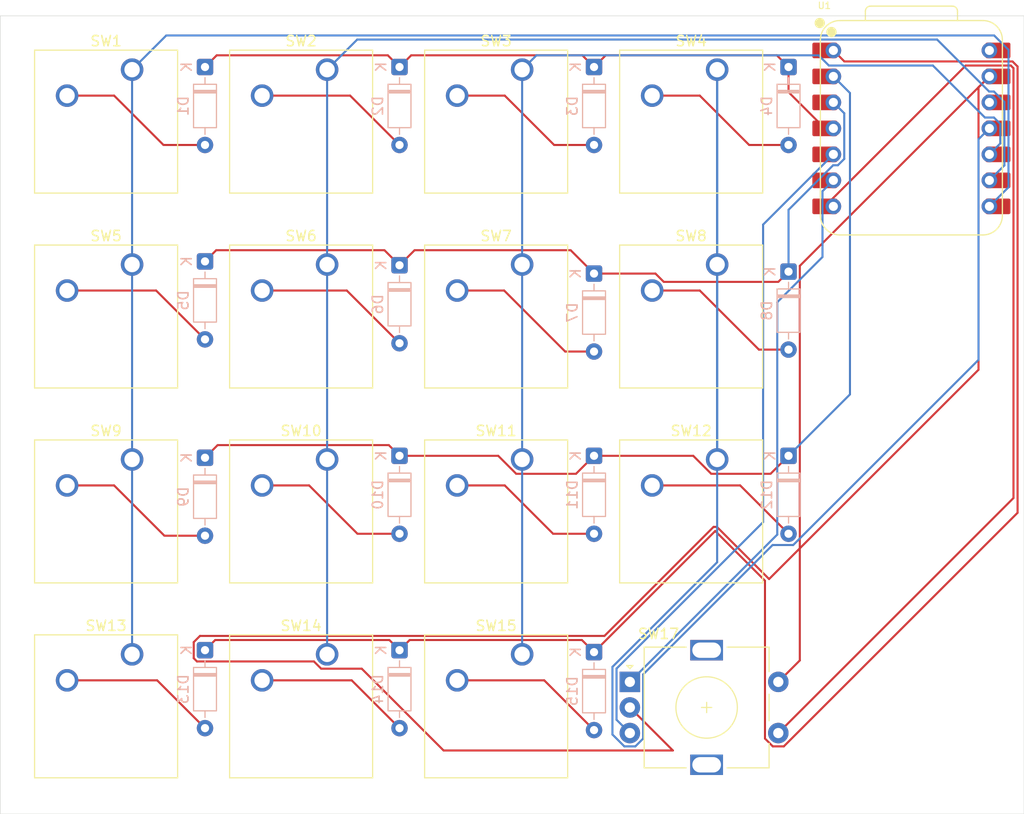
<source format=kicad_pcb>
(kicad_pcb (version 20241229) (generator "pcbnew") (generator_version "9.0")
  (layers (0 "F.Cu" signal) (2 "B.Cu" signal) (13 "F.Paste" user) (15 "B.Paste" user) (5 "F.SilkS" user "F.Silkscreen") (7 "B.SilkS" user "B.Silkscreen") (1 "F.Mask" user) (3 "B.Mask" user) (25 "Edge.Cuts" user))
  (net 0 "")
  (net 1 "Net-(D7-A)")
  (net 2 "Row 0")
  (net 3 "Net-(D8-A)")
  (net 4 "Net-(D9-A)")
  (net 5 "Net-(D10-A)")
  (net 6 "Net-(D11-A)")
  (net 7 "Row 3")
  (net 8 "Row 1")
  (net 9 "Net-(D12-A)")
  (net 10 "Net-(D13-A)")
  (net 11 "Net-(D14-A)")
  (net 12 "Net-(D15-A)")
  (net 13 "Row 2")
  (net 14 "Column 0")
  (net 15 "Column 1")
  (net 16 "Column 2")
  (net 17 "Column 3")
  (net 18 "GND")
  (net 19 "S1")
  (net 20 "B")
  (net 21 "A")
  (net 24 "Net-(D1-A)")
  (net 25 "Net-(D2-A)")
  (net 26 "Net-(D3-A)")
  (net 27 "Net-(D4-A)")
  (net 28 "Net-(D5-A)")
  (net 29 "Net-(D6-A)")
  (footprint "Button_Switch_Keyboard:SW_Cherry_MX_1.00u_PCB" (layer "F.Cu") (at 54.9275 47.3075)
    (property "Reference" "SW6" (at -2.54 -2.794 0) (layer "F.SilkS"))
    (property "Value" "SW_Push")
    (pad "" np_thru_hole circle (at -7.62 5.08) (size 1.7 1.7) (drill 1.7) (layers "*.Cu" "*.Mask"))
    (pad "" np_thru_hole circle (at -2.54 5.08) (size 4 4) (drill 4) (layers "*.Cu" "*.Mask"))
    (pad "" np_thru_hole circle (at 2.54 5.08) (size 1.7 1.7) (drill 1.7) (layers "*.Cu" "*.Mask"))
    (pad "1" thru_hole circle (at 0 0) (size 2.2 2.2) (drill 1.5) (layers "*.Cu" "*.Mask") (net 15 "Column 1"))
    (pad "2" thru_hole circle (at -6.35 2.54) (size 2.2 2.2) (drill 1.5) (layers "*.Cu" "*.Mask") (net 29 "Net-(D6-A)"))
  )
  (footprint "Button_Switch_Keyboard:SW_Cherry_MX_1.00u_PCB" (layer "F.Cu") (at 54.9275 28.2575)
    (property "Reference" "SW2" (at -2.54 -2.794 0) (layer "F.SilkS"))
    (property "Value" "SW_Push")
    (pad "" np_thru_hole circle (at -7.62 5.08) (size 1.7 1.7) (drill 1.7) (layers "*.Cu" "*.Mask"))
    (pad "" np_thru_hole circle (at -2.54 5.08) (size 4 4) (drill 4) (layers "*.Cu" "*.Mask"))
    (pad "" np_thru_hole circle (at 2.54 5.08) (size 1.7 1.7) (drill 1.7) (layers "*.Cu" "*.Mask"))
    (pad "1" thru_hole circle (at 0 0) (size 2.2 2.2) (drill 1.5) (layers "*.Cu" "*.Mask") (net 15 "Column 1"))
    (pad "2" thru_hole circle (at -6.35 2.54) (size 2.2 2.2) (drill 1.5) (layers "*.Cu" "*.Mask") (net 25 "Net-(D2-A)"))
  )
  (footprint "Button_Switch_Keyboard:SW_Cherry_MX_1.00u_PCB" (layer "F.Cu") (at 54.9275 66.3575)
    (property "Reference" "SW10" (at -2.54 -2.794 0) (layer "F.SilkS"))
    (property "Value" "SW_Push")
    (pad "" np_thru_hole circle (at -7.62 5.08) (size 1.7 1.7) (drill 1.7) (layers "*.Cu" "*.Mask"))
    (pad "" np_thru_hole circle (at -2.54 5.08) (size 4 4) (drill 4) (layers "*.Cu" "*.Mask"))
    (pad "" np_thru_hole circle (at 2.54 5.08) (size 1.7 1.7) (drill 1.7) (layers "*.Cu" "*.Mask"))
    (pad "1" thru_hole circle (at 0 0) (size 2.2 2.2) (drill 1.5) (layers "*.Cu" "*.Mask") (net 15 "Column 1"))
    (pad "2" thru_hole circle (at -6.35 2.54) (size 2.2 2.2) (drill 1.5) (layers "*.Cu" "*.Mask") (net 5 "Net-(D10-A)"))
  )
  (footprint "Button_Switch_Keyboard:SW_Cherry_MX_1.00u_PCB" (layer "F.Cu") (at 73.9775 28.2575)
    (property "Reference" "SW3" (at -2.54 -2.794 0) (layer "F.SilkS"))
    (property "Value" "SW_Push")
    (pad "" np_thru_hole circle (at -7.62 5.08) (size 1.7 1.7) (drill 1.7) (layers "*.Cu" "*.Mask"))
    (pad "" np_thru_hole circle (at -2.54 5.08) (size 4 4) (drill 4) (layers "*.Cu" "*.Mask"))
    (pad "" np_thru_hole circle (at 2.54 5.08) (size 1.7 1.7) (drill 1.7) (layers "*.Cu" "*.Mask"))
    (pad "1" thru_hole circle (at 0 0) (size 2.2 2.2) (drill 1.5) (layers "*.Cu" "*.Mask") (net 16 "Column 2"))
    (pad "2" thru_hole circle (at -6.35 2.54) (size 2.2 2.2) (drill 1.5) (layers "*.Cu" "*.Mask") (net 26 "Net-(D3-A)"))
  )
  (footprint "XiaoFoot:XIAO-RP2040-DIP" (layer "F.Cu") (at 112 34)
    (property "Reference" "U1" (at -8.5 -12 0) (layer "F.SilkS") (effects (font (size 0.635 0.635) (thickness 0.1016))))
    (property "Value" "XIAO-RP2040-DIP")
    (pad "1" smd roundrect (at -8.455 -7.62 180) (size 2.432 1.524) (layers "F.Cu" "F.Mask") (roundrect_rratio 0.1) (net 7 "Row 3"))
    (pad "1" thru_hole circle (at -7.62 -7.62 180) (size 1.524 1.524) (drill 0.889) (layers "*.Cu" "*.Mask") (net 7 "Row 3"))
    (pad "2" smd roundrect (at -8.455 -5.08 180) (size 2.432 1.524) (layers "F.Cu" "F.Mask") (roundrect_rratio 0.1) (net 13 "Row 2"))
    (pad "2" thru_hole circle (at -7.62 -5.08 180) (size 1.524 1.524) (drill 0.889) (layers "*.Cu" "*.Mask") (net 13 "Row 2"))
    (pad "3" smd roundrect (at -8.455 -2.54 180) (size 2.432 1.524) (layers "F.Cu" "F.Mask") (roundrect_rratio 0.1) (net 8 "Row 1"))
    (pad "3" thru_hole circle (at -7.62 -2.54 180) (size 1.524 1.524) (drill 0.889) (layers "*.Cu" "*.Mask") (net 8 "Row 1"))
    (pad "4" smd roundrect (at -8.455 0 180) (size 2.432 1.524) (layers "F.Cu" "F.Mask") (roundrect_rratio 0.1) (net 2 "Row 0"))
    (pad "4" thru_hole circle (at -7.62 0 180) (size 1.524 1.524) (drill 0.889) (layers "*.Cu" "*.Mask") (net 2 "Row 0"))
    (pad "5" smd roundrect (at -8.455 2.54 180) (size 2.432 1.524) (layers "F.Cu" "F.Mask") (roundrect_rratio 0.1) (net 20 "B"))
    (pad "5" thru_hole circle (at -7.62 2.54 180) (size 1.524 1.524) (drill 0.889) (layers "*.Cu" "*.Mask") (net 20 "B"))
    (pad "6" smd roundrect (at -8.455 5.08 180) (size 2.432 1.524) (layers "F.Cu" "F.Mask") (roundrect_rratio 0.1) (net 21 "A"))
    (pad "6" thru_hole circle (at -7.62 5.08 180) (size 1.524 1.524) (drill 0.889) (layers "*.Cu" "*.Mask") (net 21 "A"))
    (pad "7" smd roundrect (at -8.455 7.62 180) (size 2.432 1.524) (layers "F.Cu" "F.Mask") (roundrect_rratio 0.1) (net 19 "S1"))
    (pad "7" thru_hole circle (at -7.62 7.62 180) (size 1.524 1.524) (drill 0.889) (layers "*.Cu" "*.Mask") (net 19 "S1"))
    (pad "8" thru_hole circle (at 7.62 7.62) (size 1.524 1.524) (drill 0.889) (layers "*.Cu" "*.Mask") (net 14 "Column 0"))
    (pad "8" smd roundrect (at 8.455 7.62) (size 2.432 1.524) (layers "F.Cu" "F.Mask") (roundrect_rratio 0.1) (net 14 "Column 0"))
    (pad "9" thru_hole circle (at 7.62 5.08) (size 1.524 1.524) (drill 0.889) (layers "*.Cu" "*.Mask") (net 15 "Column 1"))
    (pad "9" smd roundrect (at 8.455 5.08) (size 2.432 1.524) (layers "F.Cu" "F.Mask") (roundrect_rratio 0.1) (net 15 "Column 1"))
    (pad "10" thru_hole circle (at 7.62 2.54) (size 1.524 1.524) (drill 0.889) (layers "*.Cu" "*.Mask") (net 16 "Column 2"))
    (pad "10" smd roundrect (at 8.455 2.54) (size 2.432 1.524) (layers "F.Cu" "F.Mask") (roundrect_rratio 0.1) (net 16 "Column 2"))
    (pad "11" thru_hole circle (at 7.62 0) (size 1.524 1.524) (drill 0.889) (layers "*.Cu" "*.Mask") (net 17 "Column 3"))
    (pad "11" smd roundrect (at 8.455 0) (size 2.432 1.524) (layers "F.Cu" "F.Mask") (roundrect_rratio 0.1) (net 17 "Column 3"))
    (pad "12" thru_hole circle (at 7.62 -2.54) (size 1.524 1.524) (drill 0.889) (layers "*.Cu" "*.Mask"))
    (pad "12" smd roundrect (at 8.455 -2.54) (size 2.432 1.524) (layers "F.Cu" "F.Mask") (roundrect_rratio 0.1))
    (pad "13" thru_hole circle (at 7.62 -5.08) (size 1.524 1.524) (drill 0.889) (layers "*.Cu" "*.Mask") (net 18 "GND"))
    (pad "13" smd roundrect (at 8.455 -5.08) (size 2.432 1.524) (layers "F.Cu" "F.Mask") (roundrect_rratio 0.1) (net 18 "GND"))
    (pad "14" thru_hole circle (at 7.62 -7.62) (size 1.524 1.524) (drill 0.889) (layers "*.Cu" "*.Mask"))
    (pad "14" smd roundrect (at 8.455 -7.62) (size 2.432 1.524) (layers "F.Cu" "F.Mask") (roundrect_rratio 0.1))
  )
  (footprint "Rotary_Encoder:RotaryEncoder_Alps_EC11E-Switch_Vertical_H20mm" (layer "F.Cu") (at 84.5 88.1)
    (property "Reference" "SW17" (at 2.8 -4.7 0) (layer "F.SilkS"))
    (property "Value" "RotaryEncoder_Switch")
    (pad "A" thru_hole rect (at 0 0) (size 2 2) (drill 1) (layers "*.Cu" "*.Mask") (net 21 "A"))
    (pad "B" thru_hole circle (at 0 5) (size 2 2) (drill 1) (layers "*.Cu" "*.Mask") (net 20 "B"))
    (pad "C" thru_hole circle (at 0 2.5) (size 2 2) (drill 1) (layers "*.Cu" "*.Mask") (net 18 "GND"))
    (pad "MP" thru_hole rect (at 7.5 -3.1) (size 3.2 2) (drill oval 2.8 1.5) (layers "*.Cu" "*.Mask"))
    (pad "MP" thru_hole rect (at 7.5 8.1) (size 3.2 2) (drill oval 2.8 1.5) (layers "*.Cu" "*.Mask"))
    (pad "S1" thru_hole circle (at 14.5 5) (size 2 2) (drill 1) (layers "*.Cu" "*.Mask") (net 19 "S1"))
    (pad "S2" thru_hole circle (at 14.5 0) (size 2 2) (drill 1) (layers "*.Cu" "*.Mask") (net 18 "GND"))
  )
  (footprint "Button_Switch_Keyboard:SW_Cherry_MX_1.00u_PCB" (layer "F.Cu") (at 93.0275 66.3575)
    (property "Reference" "SW12" (at -2.54 -2.794 0) (layer "F.SilkS"))
    (property "Value" "SW_Push")
    (pad "" np_thru_hole circle (at -7.62 5.08) (size 1.7 1.7) (drill 1.7) (layers "*.Cu" "*.Mask"))
    (pad "" np_thru_hole circle (at -2.54 5.08) (size 4 4) (drill 4) (layers "*.Cu" "*.Mask"))
    (pad "" np_thru_hole circle (at 2.54 5.08) (size 1.7 1.7) (drill 1.7) (layers "*.Cu" "*.Mask"))
    (pad "1" thru_hole circle (at 0 0) (size 2.2 2.2) (drill 1.5) (layers "*.Cu" "*.Mask") (net 17 "Column 3"))
    (pad "2" thru_hole circle (at -6.35 2.54) (size 2.2 2.2) (drill 1.5) (layers "*.Cu" "*.Mask") (net 9 "Net-(D12-A)"))
  )
  (footprint "Button_Switch_Keyboard:SW_Cherry_MX_1.00u_PCB" (layer "F.Cu") (at 35.8775 66.3575)
    (property "Reference" "SW9" (at -2.54 -2.794 0) (layer "F.SilkS"))
    (property "Value" "SW_Push")
    (pad "" np_thru_hole circle (at -7.62 5.08) (size 1.7 1.7) (drill 1.7) (layers "*.Cu" "*.Mask"))
    (pad "" np_thru_hole circle (at -2.54 5.08) (size 4 4) (drill 4) (layers "*.Cu" "*.Mask"))
    (pad "" np_thru_hole circle (at 2.54 5.08) (size 1.7 1.7) (drill 1.7) (layers "*.Cu" "*.Mask"))
    (pad "1" thru_hole circle (at 0 0) (size 2.2 2.2) (drill 1.5) (layers "*.Cu" "*.Mask") (net 14 "Column 0"))
    (pad "2" thru_hole circle (at -6.35 2.54) (size 2.2 2.2) (drill 1.5) (layers "*.Cu" "*.Mask") (net 4 "Net-(D9-A)"))
  )
  (footprint "Button_Switch_Keyboard:SW_Cherry_MX_1.00u_PCB" (layer "F.Cu") (at 93.0275 28.2575)
    (property "Reference" "SW4" (at -2.54 -2.794 0) (layer "F.SilkS"))
    (property "Value" "SW_Push")
    (pad "" np_thru_hole circle (at -7.62 5.08) (size 1.7 1.7) (drill 1.7) (layers "*.Cu" "*.Mask"))
    (pad "" np_thru_hole circle (at -2.54 5.08) (size 4 4) (drill 4) (layers "*.Cu" "*.Mask"))
    (pad "" np_thru_hole circle (at 2.54 5.08) (size 1.7 1.7) (drill 1.7) (layers "*.Cu" "*.Mask"))
    (pad "1" thru_hole circle (at 0 0) (size 2.2 2.2) (drill 1.5) (layers "*.Cu" "*.Mask") (net 17 "Column 3"))
    (pad "2" thru_hole circle (at -6.35 2.54) (size 2.2 2.2) (drill 1.5) (layers "*.Cu" "*.Mask") (net 27 "Net-(D4-A)"))
  )
  (footprint "Button_Switch_Keyboard:SW_Cherry_MX_1.00u_PCB" (layer "F.Cu") (at 35.8775 28.2575)
    (property "Reference" "SW1" (at -2.54 -2.794 0) (layer "F.SilkS"))
    (property "Value" "SW_Push")
    (pad "" np_thru_hole circle (at -7.62 5.08) (size 1.7 1.7) (drill 1.7) (layers "*.Cu" "*.Mask"))
    (pad "" np_thru_hole circle (at -2.54 5.08) (size 4 4) (drill 4) (layers "*.Cu" "*.Mask"))
    (pad "" np_thru_hole circle (at 2.54 5.08) (size 1.7 1.7) (drill 1.7) (layers "*.Cu" "*.Mask"))
    (pad "1" thru_hole circle (at 0 0) (size 2.2 2.2) (drill 1.5) (layers "*.Cu" "*.Mask") (net 14 "Column 0"))
    (pad "2" thru_hole circle (at -6.35 2.54) (size 2.2 2.2) (drill 1.5) (layers "*.Cu" "*.Mask") (net 24 "Net-(D1-A)"))
  )
  (footprint "Button_Switch_Keyboard:SW_Cherry_MX_1.00u_PCB" (layer "F.Cu") (at 35.8775 47.3075)
    (property "Reference" "SW5" (at -2.54 -2.794 0) (layer "F.SilkS"))
    (property "Value" "SW_Push")
    (pad "" np_thru_hole circle (at -7.62 5.08) (size 1.7 1.7) (drill 1.7) (layers "*.Cu" "*.Mask"))
    (pad "" np_thru_hole circle (at -2.54 5.08) (size 4 4) (drill 4) (layers "*.Cu" "*.Mask"))
    (pad "" np_thru_hole circle (at 2.54 5.08) (size 1.7 1.7) (drill 1.7) (layers "*.Cu" "*.Mask"))
    (pad "1" thru_hole circle (at 0 0) (size 2.2 2.2) (drill 1.5) (layers "*.Cu" "*.Mask") (net 14 "Column 0"))
    (pad "2" thru_hole circle (at -6.35 2.54) (size 2.2 2.2) (drill 1.5) (layers "*.Cu" "*.Mask") (net 28 "Net-(D5-A)"))
  )
  (footprint "Button_Switch_Keyboard:SW_Cherry_MX_1.00u_PCB" (layer "F.Cu") (at 54.9275 85.4075)
    (property "Reference" "SW14" (at -2.54 -2.794 0) (layer "F.SilkS"))
    (property "Value" "SW_Push")
    (pad "" np_thru_hole circle (at -7.62 5.08) (size 1.7 1.7) (drill 1.7) (layers "*.Cu" "*.Mask"))
    (pad "" np_thru_hole circle (at -2.54 5.08) (size 4 4) (drill 4) (layers "*.Cu" "*.Mask"))
    (pad "" np_thru_hole circle (at 2.54 5.08) (size 1.7 1.7) (drill 1.7) (layers "*.Cu" "*.Mask"))
    (pad "1" thru_hole circle (at 0 0) (size 2.2 2.2) (drill 1.5) (layers "*.Cu" "*.Mask") (net 15 "Column 1"))
    (pad "2" thru_hole circle (at -6.35 2.54) (size 2.2 2.2) (drill 1.5) (layers "*.Cu" "*.Mask") (net 11 "Net-(D14-A)"))
  )
  (footprint "Button_Switch_Keyboard:SW_Cherry_MX_1.00u_PCB" (layer "F.Cu") (at 73.9775 47.3075)
    (property "Reference" "SW7" (at -2.54 -2.794 0) (layer "F.SilkS"))
    (property "Value" "SW_Push")
    (pad "" np_thru_hole circle (at -7.62 5.08) (size 1.7 1.7) (drill 1.7) (layers "*.Cu" "*.Mask"))
    (pad "" np_thru_hole circle (at -2.54 5.08) (size 4 4) (drill 4) (layers "*.Cu" "*.Mask"))
    (pad "" np_thru_hole circle (at 2.54 5.08) (size 1.7 1.7) (drill 1.7) (layers "*.Cu" "*.Mask"))
    (pad "1" thru_hole circle (at 0 0) (size 2.2 2.2) (drill 1.5) (layers "*.Cu" "*.Mask") (net 16 "Column 2"))
    (pad "2" thru_hole circle (at -6.35 2.54) (size 2.2 2.2) (drill 1.5) (layers "*.Cu" "*.Mask") (net 1 "Net-(D7-A)"))
  )
  (footprint "Button_Switch_Keyboard:SW_Cherry_MX_1.00u_PCB" (layer "F.Cu") (at 73.9775 85.4075)
    (property "Reference" "SW15" (at -2.54 -2.794 0) (layer "F.SilkS"))
    (property "Value" "SW_Push")
    (pad "" np_thru_hole circle (at -7.62 5.08) (size 1.7 1.7) (drill 1.7) (layers "*.Cu" "*.Mask"))
    (pad "" np_thru_hole circle (at -2.54 5.08) (size 4 4) (drill 4) (layers "*.Cu" "*.Mask"))
    (pad "" np_thru_hole circle (at 2.54 5.08) (size 1.7 1.7) (drill 1.7) (layers "*.Cu" "*.Mask"))
    (pad "1" thru_hole circle (at 0 0) (size 2.2 2.2) (drill 1.5) (layers "*.Cu" "*.Mask") (net 16 "Column 2"))
    (pad "2" thru_hole circle (at -6.35 2.54) (size 2.2 2.2) (drill 1.5) (layers "*.Cu" "*.Mask") (net 12 "Net-(D15-A)"))
  )
  (footprint "Button_Switch_Keyboard:SW_Cherry_MX_1.00u_PCB" (layer "F.Cu") (at 93.0275 47.3075)
    (property "Reference" "SW8" (at -2.54 -2.794 0) (layer "F.SilkS"))
    (property "Value" "SW_Push")
    (pad "" np_thru_hole circle (at -7.62 5.08) (size 1.7 1.7) (drill 1.7) (layers "*.Cu" "*.Mask"))
    (pad "" np_thru_hole circle (at -2.54 5.08) (size 4 4) (drill 4) (layers "*.Cu" "*.Mask"))
    (pad "" np_thru_hole circle (at 2.54 5.08) (size 1.7 1.7) (drill 1.7) (layers "*.Cu" "*.Mask"))
    (pad "1" thru_hole circle (at 0 0) (size 2.2 2.2) (drill 1.5) (layers "*.Cu" "*.Mask") (net 17 "Column 3"))
    (pad "2" thru_hole circle (at -6.35 2.54) (size 2.2 2.2) (drill 1.5) (layers "*.Cu" "*.Mask") (net 3 "Net-(D8-A)"))
  )
  (footprint "Button_Switch_Keyboard:SW_Cherry_MX_1.00u_PCB" (layer "F.Cu") (at 35.8775 85.4075)
    (property "Reference" "SW13" (at -2.54 -2.794 0) (layer "F.SilkS"))
    (property "Value" "SW_Push")
    (pad "" np_thru_hole circle (at -7.62 5.08) (size 1.7 1.7) (drill 1.7) (layers "*.Cu" "*.Mask"))
    (pad "" np_thru_hole circle (at -2.54 5.08) (size 4 4) (drill 4) (layers "*.Cu" "*.Mask"))
    (pad "" np_thru_hole circle (at 2.54 5.08) (size 1.7 1.7) (drill 1.7) (layers "*.Cu" "*.Mask"))
    (pad "1" thru_hole circle (at 0 0) (size 2.2 2.2) (drill 1.5) (layers "*.Cu" "*.Mask") (net 14 "Column 0"))
    (pad "2" thru_hole circle (at -6.35 2.54) (size 2.2 2.2) (drill 1.5) (layers "*.Cu" "*.Mask") (net 10 "Net-(D13-A)"))
  )
  (footprint "Button_Switch_Keyboard:SW_Cherry_MX_1.00u_PCB" (layer "F.Cu") (at 73.9775 66.3575)
    (property "Reference" "SW11" (at -2.54 -2.794 0) (layer "F.SilkS"))
    (property "Value" "SW_Push")
    (pad "" np_thru_hole circle (at -7.62 5.08) (size 1.7 1.7) (drill 1.7) (layers "*.Cu" "*.Mask"))
    (pad "" np_thru_hole circle (at -2.54 5.08) (size 4 4) (drill 4) (layers "*.Cu" "*.Mask"))
    (pad "" np_thru_hole circle (at 2.54 5.08) (size 1.7 1.7) (drill 1.7) (layers "*.Cu" "*.Mask"))
    (pad "1" thru_hole circle (at 0 0) (size 2.2 2.2) (drill 1.5) (layers "*.Cu" "*.Mask") (net 16 "Column 2"))
    (pad "2" thru_hole circle (at -6.35 2.54) (size 2.2 2.2) (drill 1.5) (layers "*.Cu" "*.Mask") (net 6 "Net-(D11-A)"))
  )
  (footprint "Diode_THT:D_DO-35_SOD27_P7.62mm_Horizontal" (layer "B.Cu") (at 81 85.19 -90)
    (property "Reference" "D15" (at 3.81 2.12 90) (layer "B.SilkS") (effects (justify mirror)))
    (property "Value" "1N4148" (hide yes))
    (fp_text user "K" (at 0 1.8 90) (layer "B.SilkS") (effects (justify mirror)))
    (pad "1" thru_hole roundrect (at 0 0 270) (size 1.6 1.6) (drill 0.8) (layers "*.Cu" "*.Mask") (roundrect_rratio 0.15625) (net 7 "Row 3"))
    (pad "2" thru_hole circle (at 7.62 0 270) (size 1.6 1.6) (drill 0.8) (layers "*.Cu" "*.Mask") (net 12 "Net-(D15-A)"))
  )
  (footprint "Diode_THT:D_DO-35_SOD27_P7.62mm_Horizontal" (layer "B.Cu") (at 43 47 -90)
    (property "Reference" "D5" (at 3.81 2.12 90) (layer "B.SilkS") (effects (justify mirror)))
    (property "Value" "1N4148")
    (fp_text user "K" (at 0 1.8 90) (layer "B.SilkS") (effects (justify mirror)))
    (pad "1" thru_hole roundrect (at 0 0 270) (size 1.6 1.6) (drill 0.8) (layers "*.Cu" "*.Mask") (roundrect_rratio 0.15625) (net 8 "Row 1"))
    (pad "2" thru_hole circle (at 7.62 0 270) (size 1.6 1.6) (drill 0.8) (layers "*.Cu" "*.Mask") (net 28 "Net-(D5-A)"))
  )
  (footprint "Diode_THT:D_DO-35_SOD27_P7.62mm_Horizontal" (layer "B.Cu") (at 100 48 -90)
    (property "Reference" "D8" (at 3.81 2.12 90) (layer "B.SilkS") (effects (justify mirror)))
    (property "Value" "1N4148")
    (fp_text user "K" (at 0 1.8 90) (layer "B.SilkS") (effects (justify mirror)))
    (pad "1" thru_hole roundrect (at 0 0 270) (size 1.6 1.6) (drill 0.8) (layers "*.Cu" "*.Mask") (roundrect_rratio 0.15625) (net 8 "Row 1"))
    (pad "2" thru_hole circle (at 7.62 0 270) (size 1.6 1.6) (drill 0.8) (layers "*.Cu" "*.Mask") (net 3 "Net-(D8-A)"))
  )
  (footprint "Diode_THT:D_DO-35_SOD27_P7.62mm_Horizontal" (layer "B.Cu") (at 81 28 -90)
    (property "Reference" "D3" (at 3.81 2.12 90) (layer "B.SilkS") (effects (justify mirror)))
    (property "Value" "1N4148")
    (fp_text user "K" (at 0 1.8 90) (layer "B.SilkS") (effects (justify mirror)))
    (pad "1" thru_hole roundrect (at 0 0 270) (size 1.6 1.6) (drill 0.8) (layers "*.Cu" "*.Mask") (roundrect_rratio 0.15625) (net 2 "Row 0"))
    (pad "2" thru_hole circle (at 7.62 0 270) (size 1.6 1.6) (drill 0.8) (layers "*.Cu" "*.Mask") (net 26 "Net-(D3-A)"))
  )
  (footprint "Diode_THT:D_DO-35_SOD27_P7.62mm_Horizontal" (layer "B.Cu") (at 81 48.19 -90)
    (property "Reference" "D7" (at 3.81 2.12 90) (layer "B.SilkS") (effects (justify mirror)))
    (property "Value" "1N4148")
    (fp_text user "K" (at 0 1.8 90) (layer "B.SilkS") (effects (justify mirror)))
    (pad "1" thru_hole roundrect (at 0 0 270) (size 1.6 1.6) (drill 0.8) (layers "*.Cu" "*.Mask") (roundrect_rratio 0.15625) (net 8 "Row 1"))
    (pad "2" thru_hole circle (at 7.62 0 270) (size 1.6 1.6) (drill 0.8) (layers "*.Cu" "*.Mask") (net 1 "Net-(D7-A)"))
  )
  (footprint "Diode_THT:D_DO-35_SOD27_P7.62mm_Horizontal" (layer "B.Cu") (at 43 66.19 -90)
    (property "Reference" "D9" (at 3.81 2.12 90) (layer "B.SilkS") (effects (justify mirror)))
    (property "Value" "1N4148")
    (fp_text user "K" (at 0 1.8 90) (layer "B.SilkS") (effects (justify mirror)))
    (pad "1" thru_hole roundrect (at 0 0 270) (size 1.6 1.6) (drill 0.8) (layers "*.Cu" "*.Mask") (roundrect_rratio 0.15625) (net 13 "Row 2"))
    (pad "2" thru_hole circle (at 7.62 0 270) (size 1.6 1.6) (drill 0.8) (layers "*.Cu" "*.Mask") (net 4 "Net-(D9-A)"))
  )
  (footprint "Diode_THT:D_DO-35_SOD27_P7.62mm_Horizontal" (layer "B.Cu") (at 100 66 -90)
    (property "Reference" "D12" (at 3.81 2.12 90) (layer "B.SilkS") (effects (justify mirror)))
    (property "Value" "1N4148")
    (fp_text user "K" (at 0 1.8 90) (layer "B.SilkS") (effects (justify mirror)))
    (pad "1" thru_hole roundrect (at 0 0 270) (size 1.6 1.6) (drill 0.8) (layers "*.Cu" "*.Mask") (roundrect_rratio 0.15625) (net 13 "Row 2"))
    (pad "2" thru_hole circle (at 7.62 0 270) (size 1.6 1.6) (drill 0.8) (layers "*.Cu" "*.Mask") (net 9 "Net-(D12-A)"))
  )
  (footprint "Diode_THT:D_DO-35_SOD27_P7.62mm_Horizontal" (layer "B.Cu") (at 62 66 -90)
    (property "Reference" "D10" (at 3.81 2.12 90) (layer "B.SilkS") (effects (justify mirror)))
    (property "Value" "1N4148")
    (fp_text user "K" (at 0 1.8 90) (layer "B.SilkS") (effects (justify mirror)))
    (pad "1" thru_hole roundrect (at 0 0 270) (size 1.6 1.6) (drill 0.8) (layers "*.Cu" "*.Mask") (roundrect_rratio 0.15625) (net 13 "Row 2"))
    (pad "2" thru_hole circle (at 7.62 0 270) (size 1.6 1.6) (drill 0.8) (layers "*.Cu" "*.Mask") (net 5 "Net-(D10-A)"))
  )
  (footprint "Diode_THT:D_DO-35_SOD27_P7.62mm_Horizontal" (layer "B.Cu") (at 43 85 -90)
    (property "Reference" "D13" (at 3.81 2.12 90) (layer "B.SilkS") (effects (justify mirror)))
    (property "Value" "1N4148")
    (fp_text user "K" (at 0 1.8 90) (layer "B.SilkS") (effects (justify mirror)))
    (pad "1" thru_hole roundrect (at 0 0 270) (size 1.6 1.6) (drill 0.8) (layers "*.Cu" "*.Mask") (roundrect_rratio 0.15625) (net 7 "Row 3"))
    (pad "2" thru_hole circle (at 7.62 0 270) (size 1.6 1.6) (drill 0.8) (layers "*.Cu" "*.Mask") (net 10 "Net-(D13-A)"))
  )
  (footprint "Diode_THT:D_DO-35_SOD27_P7.62mm_Horizontal" (layer "B.Cu") (at 62 85 -90)
    (property "Reference" "D14" (at 3.81 2.12 90) (layer "B.SilkS") (effects (justify mirror)))
    (property "Value" "1N4148")
    (fp_text user "K" (at 0 1.8 90) (layer "B.SilkS") (effects (justify mirror)))
    (pad "1" thru_hole roundrect (at 0 0 270) (size 1.6 1.6) (drill 0.8) (layers "*.Cu" "*.Mask") (roundrect_rratio 0.15625) (net 7 "Row 3"))
    (pad "2" thru_hole circle (at 7.62 0 270) (size 1.6 1.6) (drill 0.8) (layers "*.Cu" "*.Mask") (net 11 "Net-(D14-A)"))
  )
  (footprint "Diode_THT:D_DO-35_SOD27_P7.62mm_Horizontal" (layer "B.Cu") (at 81 66 -90)
    (property "Reference" "D11" (at 3.81 2.12 90) (layer "B.SilkS") (effects (justify mirror)))
    (property "Value" "1N4148")
    (fp_text user "K" (at 0 1.8 90) (layer "B.SilkS") (effects (justify mirror)))
    (pad "1" thru_hole roundrect (at 0 0 270) (size 1.6 1.6) (drill 0.8) (layers "*.Cu" "*.Mask") (roundrect_rratio 0.15625) (net 13 "Row 2"))
    (pad "2" thru_hole circle (at 7.62 0 270) (size 1.6 1.6) (drill 0.8) (layers "*.Cu" "*.Mask") (net 6 "Net-(D11-A)"))
  )
  (footprint "Diode_THT:D_DO-35_SOD27_P7.62mm_Horizontal" (layer "B.Cu") (at 62 47.38 -90)
    (property "Reference" "D6" (at 3.81 2.12 90) (layer "B.SilkS") (effects (justify mirror)))
    (property "Value" "1N4148")
    (fp_text user "K" (at 0 1.8 90) (layer "B.SilkS") (effects (justify mirror)))
    (pad "1" thru_hole roundrect (at 0 0 270) (size 1.6 1.6) (drill 0.8) (layers "*.Cu" "*.Mask") (roundrect_rratio 0.15625) (net 8 "Row 1"))
    (pad "2" thru_hole circle (at 7.62 0 270) (size 1.6 1.6) (drill 0.8) (layers "*.Cu" "*.Mask") (net 29 "Net-(D6-A)"))
  )
  (footprint "Diode_THT:D_DO-35_SOD27_P7.62mm_Horizontal" (layer "B.Cu") (at 62 28 -90)
    (property "Reference" "D2" (at 3.81 2.12 90) (layer "B.SilkS") (effects (justify mirror)))
    (property "Value" "1N4148")
    (fp_text user "K" (at 0 1.8 90) (layer "B.SilkS") (effects (justify mirror)))
    (pad "1" thru_hole roundrect (at 0 0 270) (size 1.6 1.6) (drill 0.8) (layers "*.Cu" "*.Mask") (roundrect_rratio 0.15625) (net 2 "Row 0"))
    (pad "2" thru_hole circle (at 7.62 0 270) (size 1.6 1.6) (drill 0.8) (layers "*.Cu" "*.Mask") (net 25 "Net-(D2-A)"))
  )
  (footprint "Diode_THT:D_DO-35_SOD27_P7.62mm_Horizontal" (layer "B.Cu") (at 100 28 -90)
    (property "Reference" "D4" (at 3.81 2.12 90) (layer "B.SilkS") (effects (justify mirror)))
    (property "Value" "1N4148")
    (fp_text user "K" (at 0 1.8 90) (layer "B.SilkS") (effects (justify mirror)))
    (pad "1" thru_hole roundrect (at 0 0 270) (size 1.6 1.6) (drill 0.8) (layers "*.Cu" "*.Mask") (roundrect_rratio 0.15625) (net 2 "Row 0"))
    (pad "2" thru_hole circle (at 7.62 0 270) (size 1.6 1.6) (drill 0.8) (layers "*.Cu" "*.Mask") (net 27 "Net-(D4-A)"))
  )
  (footprint "Diode_THT:D_DO-35_SOD27_P7.62mm_Horizontal" (layer "B.Cu") (at 43 28 -90)
    (property "Reference" "D1" (at 3.81 2.12 90) (layer "B.SilkS") (effects (justify mirror)))
    (property "Value" "1N4148")
    (fp_text user "K" (at 0 1.8 90) (layer "B.SilkS") (effects (justify mirror)))
    (pad "1" thru_hole roundrect (at 0 0 270) (size 1.6 1.6) (drill 0.8) (layers "*.Cu" "*.Mask") (roundrect_rratio 0.15625) (net 2 "Row 0"))
    (pad "2" thru_hole circle (at 7.62 0 270) (size 1.6 1.6) (drill 0.8) (layers "*.Cu" "*.Mask") (net 24 "Net-(D1-A)"))
  )
  (gr_rect (start 23 23) (end 123 101) (stroke (width 0.05)) (fill no) (layer "Edge.Cuts"))
  (segment (start 78.184816 55.81) (end 81 55.81) (width 0.2) (layer "F.Cu") (net 1))
  (segment (start 67.6275 49.8475) (end 72.222316 49.8475) (width 0.2) (layer "F.Cu") (net 1))
  (segment (start 72.222316 49.8475) (end 78.184816 55.81) (width 0.2) (layer "F.Cu") (net 1))
  (segment (start 81 28) (end 82.1435 26.8565) (width 0.2) (layer "F.Cu") (net 2))
  (segment (start 62 28) (end 63.1435 26.8565) (width 0.2) (layer "F.Cu") (net 2))
  (segment (start 79.8565 26.8565) (end 81 28) (width 0.2) (layer "F.Cu") (net 2))
  (segment (start 100 30.455) (end 103.545 34) (width 0.2) (layer "F.Cu") (net 2))
  (segment (start 63.1435 26.8565) (end 79.8565 26.8565) (width 0.2) (layer "F.Cu") (net 2))
  (segment (start 44.1435 26.8565) (end 60.8565 26.8565) (width 0.2) (layer "F.Cu") (net 2))
  (segment (start 60.8565 26.8565) (end 62 28) (width 0.2) (layer "F.Cu") (net 2))
  (segment (start 100 28) (end 100 30.455) (width 0.2) (layer "F.Cu") (net 2))
  (segment (start 82.1435 26.8565) (end 98.8565 26.8565) (width 0.2) (layer "F.Cu") (net 2))
  (segment (start 98.8565 26.8565) (end 100 28) (width 0.2) (layer "F.Cu") (net 2))
  (segment (start 43 28) (end 44.1435 26.8565) (width 0.2) (layer "F.Cu") (net 2))
  (segment (start 86.6775 49.8475) (end 91.32903 49.8475) (width 0.2) (layer "F.Cu") (net 3))
  (segment (start 91.32903 49.8475) (end 97.10153 55.62) (width 0.2) (layer "F.Cu") (net 3))
  (segment (start 97.10153 55.62) (end 100 55.62) (width 0.2) (layer "F.Cu") (net 3))
  (segment (start 34.122316 68.8975) (end 39.034816 73.81) (width 0.2) (layer "F.Cu") (net 4))
  (segment (start 39.034816 73.81) (end 43 73.81) (width 0.2) (layer "F.Cu") (net 4))
  (segment (start 29.5275 68.8975) (end 34.122316 68.8975) (width 0.2) (layer "F.Cu") (net 4))
  (segment (start 48.5775 68.8975) (end 53.172316 68.8975) (width 0.2) (layer "F.Cu") (net 5))
  (segment (start 53.172316 68.8975) (end 57.894816 73.62) (width 0.2) (layer "F.Cu") (net 5))
  (segment (start 57.894816 73.62) (end 62 73.62) (width 0.2) (layer "F.Cu") (net 5))
  (segment (start 67.6275 68.8975) (end 72.27903 68.8975) (width 0.2) (layer "F.Cu") (net 6))
  (segment (start 77.00153 73.62) (end 81 73.62) (width 0.2) (layer "F.Cu") (net 6))
  (segment (start 72.27903 68.8975) (end 77.00153 73.62) (width 0.2) (layer "F.Cu") (net 6))
  (segment (start 79.8165 84.0065) (end 81 85.19) (width 0.2) (layer "F.Cu") (net 7))
  (segment (start 98.461108 94.401) (end 99.538892 94.401) (width 0.2) (layer "F.Cu") (net 7))
  (segment (start 122.373 71.566892) (end 122.373 27.952274) (width 0.2) (layer "F.Cu") (net 7))
  (segment (start 97.699 78.212) (end 97.699 93.638892) (width 0.2) (layer "F.Cu") (net 7))
  (segment (start 121.876726 27.456) (end 105.456 27.456) (width 0.2) (layer "F.Cu") (net 7))
  (segment (start 43.9935 84.0065) (end 61.0065 84.0065) (width 0.2) (layer "F.Cu") (net 7))
  (segment (start 81 85.19) (end 92.8385 73.3515) (width 0.2) (layer "F.Cu") (net 7))
  (segment (start 62.9935 84.0065) (end 79.8165 84.0065) (width 0.2) (layer "F.Cu") (net 7))
  (segment (start 122.373 27.952274) (end 121.876726 27.456) (width 0.2) (layer "F.Cu") (net 7))
  (segment (start 105.456 27.456) (end 104.38 26.38) (width 0.2) (layer "F.Cu") (net 7))
  (segment (start 62 85) (end 62.9935 84.0065) (width 0.2) (layer "F.Cu") (net 7))
  (segment (start 99.538892 94.401) (end 122.373 71.566892) (width 0.2) (layer "F.Cu") (net 7))
  (segment (start 43 85) (end 43.9935 84.0065) (width 0.2) (layer "F.Cu") (net 7))
  (segment (start 61.0065 84.0065) (end 62 85) (width 0.2) (layer "F.Cu") (net 7))
  (segment (start 92.8385 73.3515) (end 97.699 78.212) (width 0.2) (layer "F.Cu") (net 7))
  (segment (start 97.699 93.638892) (end 98.461108 94.401) (width 0.2) (layer "F.Cu") (net 7))
  (segment (start 63.4735 45.9065) (end 78.7165 45.9065) (width 0.2) (layer "F.Cu") (net 8))
  (segment (start 44.0935 45.9065) (end 60.5265 45.9065) (width 0.2) (layer "F.Cu") (net 8))
  (segment (start 87.001314 48.19) (end 87.811314 49) (width 0.2) (layer "F.Cu") (net 8))
  (segment (start 60.5265 45.9065) (end 62 47.38) (width 0.2) (layer "F.Cu") (net 8))
  (segment (start 78.7165 45.9065) (end 81 48.19) (width 0.2) (layer "F.Cu") (net 8))
  (segment (start 81 48.19) (end 87.001314 48.19) (width 0.2) (layer "F.Cu") (net 8))
  (segment (start 43 47) (end 44.0935 45.9065) (width 0.2) (layer "F.Cu") (net 8))
  (segment (start 62 47.38) (end 63.4735 45.9065) (width 0.2) (layer "F.Cu") (net 8))
  (segment (start 87.811314 49) (end 99 49) (width 0.2) (layer "F.Cu") (net 8))
  (segment (start 99 49) (end 100 48) (width 0.2) (layer "F.Cu") (net 8))
  (segment (start 104.35369 37.603) (end 104.82031 37.603) (width 0.2) (layer "B.Cu") (net 8))
  (segment (start 100 48) (end 100 41.95669) (width 0.2) (layer "B.Cu") (net 8))
  (segment (start 100 41.95669) (end 104.35369 37.603) (width 0.2) (layer "B.Cu") (net 8))
  (segment (start 105.443 32.523) (end 104.38 31.46) (width 0.2) (layer "B.Cu") (net 8))
  (segment (start 104.82031 37.603) (end 105.443 36.98031) (width 0.2) (layer "B.Cu") (net 8))
  (segment (start 105.443 36.98031) (end 105.443 32.523) (width 0.2) (layer "B.Cu") (net 8))
  (segment (start 86.6775 68.8975) (end 95.2775 68.8975) (width 0.2) (layer "F.Cu") (net 9))
  (segment (start 95.2775 68.8975) (end 100 73.62) (width 0.2) (layer "F.Cu") (net 9))
  (segment (start 29.5275 87.9475) (end 38.3275 87.9475) (width 0.2) (layer "F.Cu") (net 10))
  (segment (start 38.3275 87.9475) (end 43 92.62) (width 0.2) (layer "F.Cu") (net 10))
  (segment (start 57.3275 87.9475) (end 62 92.62) (width 0.2) (layer "F.Cu") (net 11))
  (segment (start 48.5775 87.9475) (end 57.3275 87.9475) (width 0.2) (layer "F.Cu") (net 11))
  (segment (start 76.1375 87.9475) (end 81 92.81) (width 0.2) (layer "F.Cu") (net 12))
  (segment (start 67.6275 87.9475) (end 76.1375 87.9475) (width 0.2) (layer "F.Cu") (net 12))
  (segment (start 44.2335 64.9565) (end 60.9565 64.9565) (width 0.2) (layer "F.Cu") (net 13))
  (segment (start 43 66.19) (end 44.2335 64.9565) (width 0.2) (layer "F.Cu") (net 13))
  (segment (start 60.9565 64.9565) (end 62 66) (width 0.2) (layer "F.Cu") (net 13))
  (segment (start 81 66) (end 90.688686 66) (width 0.2) (layer "F.Cu") (net 13))
  (segment (start 79.2415 67.7585) (end 81 66) (width 0.2) (layer "F.Cu") (net 13))
  (segment (start 62 66) (end 71.638686 66) (width 0.2) (layer "F.Cu") (net 13))
  (segment (start 71.638686 66) (end 73.397186 67.7585) (width 0.2) (layer "F.Cu") (net 13))
  (segment (start 92.447186 67.7585) (end 98.2415 67.7585) (width 0.2) (layer "F.Cu") (net 13))
  (segment (start 98.2415 67.7585) (end 100 66) (width 0.2) (layer "F.Cu") (net 13))
  (segment (start 90.688686 66) (end 92.447186 67.7585) (width 0.2) (layer "F.Cu") (net 13))
  (segment (start 73.397186 67.7585) (end 79.2415 67.7585) (width 0.2) (layer "F.Cu") (net 13))
  (segment (start 106 60) (end 106 30.54) (width 0.2) (layer "B.Cu") (net 13))
  (segment (start 106 30.54) (end 104.38 28.92) (width 0.2) (layer "B.Cu") (net 13))
  (segment (start 100 66) (end 106 60) (width 0.2) (layer "B.Cu") (net 13))
  (segment (start 121.485 26.317) (end 121.485 39.755) (width 0.2) (layer "B.Cu") (net 14))
  (segment (start 121.485 39.755) (end 119.62 41.62) (width 0.2) (layer "B.Cu") (net 14))
  (segment (start 35.8775 28.2575) (end 39.219 24.916) (width 0.2) (layer "B.Cu") (net 14))
  (segment (start 39.219 24.916) (end 120.084 24.916) (width 0.2) (layer "B.Cu") (net 14))
  (segment (start 120.084 24.916) (end 121.485 26.317) (width 0.2) (layer "B.Cu") (net 14))
  (segment (start 35.8775 28.2575) (end 35.8775 85.4075) (width 0.2) (layer "B.Cu") (net 14))
  (segment (start 57.868 25.317) (end 114.51369 25.317) (width 0.2) (layer "B.Cu") (net 15))
  (segment (start 54.9275 28.2575) (end 57.868 25.317) (width 0.2) (layer "B.Cu") (net 15))
  (segment (start 54.9275 28.2575) (end 54.9275 85.4075) (width 0.2) (layer "B.Cu") (net 15))
  (segment (start 121.084 37.616) (end 119.62 39.08) (width 0.2) (layer "B.Cu") (net 15))
  (segment (start 119.59369 30.397) (end 120.06031 30.397) (width 0.2) (layer "B.Cu") (net 15))
  (segment (start 114.51369 25.317) (end 119.59369 30.397) (width 0.2) (layer "B.Cu") (net 15))
  (segment (start 120.06031 30.397) (end 121.084 31.42069) (width 0.2) (layer "B.Cu") (net 15))
  (segment (start 121.084 31.42069) (end 121.084 37.616) (width 0.2) (layer "B.Cu") (net 15))
  (segment (start 120.683 33.55969) (end 120.683 35.477) (width 0.2) (layer "B.Cu") (net 16))
  (segment (start 75.3785 26.8565) (end 102.93919 26.8565) (width 0.2) (layer "B.Cu") (net 16))
  (segment (start 103.93969 27.857) (end 114.09969 27.857) (width 0.2) (layer "B.Cu") (net 16))
  (segment (start 102.93919 26.8565) (end 103.93969 27.857) (width 0.2) (layer "B.Cu") (net 16))
  (segment (start 120.683 35.477) (end 119.62 36.54) (width 0.2) (layer "B.Cu") (net 16))
  (segment (start 73.9775 28.2575) (end 75.3785 26.8565) (width 0.2) (layer "B.Cu") (net 16))
  (segment (start 114.09969 27.857) (end 119.17969 32.937) (width 0.2) (layer "B.Cu") (net 16))
  (segment (start 120.06031 32.937) (end 120.683 33.55969) (width 0.2) (layer "B.Cu") (net 16))
  (segment (start 119.17969 32.937) (end 120.06031 32.937) (width 0.2) (layer "B.Cu") (net 16))
  (segment (start 73.9775 28.2575) (end 73.9775 85.4075) (width 0.2) (layer "B.Cu") (net 16))
  (segment (start 118.557 35.063) (end 119.62 34) (width 0.2) (layer "B.Cu") (net 17))
  (segment (start 93.0275 47.3075) (end 93.0275 66.3575) (width 0.2) (layer "B.Cu") (net 17))
  (segment (start 93.0275 28.2575) (end 93.0275 47.3075) (width 0.2) (layer "B.Cu") (net 17))
  (segment (start 85.038892 94.401) (end 85.801 93.638892) (width 0.2) (layer "B.Cu") (net 17))
  (segment (start 118.557 56.62005) (end 118.557 35.063) (width 0.2) (layer "B.Cu") (net 17))
  (segment (start 82.798 93.237892) (end 83.961108 94.401) (width 0.2) (layer "B.Cu") (net 17))
  (segment (start 83.961108 94.401) (end 85.038892 94.401) (width 0.2) (layer "B.Cu") (net 17))
  (segment (start 85.801 87.3661) (end 98.4461 74.721) (width 0.2) (layer "B.Cu") (net 17))
  (segment (start 82.798 86.6329) (end 82.798 93.237892) (width 0.2) (layer "B.Cu") (net 17))
  (segment (start 93.0275 28.2575) (end 93.0275 76.4034) (width 0.2) (layer "B.Cu") (net 17))
  (segment (start 93.0275 76.4034) (end 82.798 86.6329) (width 0.2) (layer "B.Cu") (net 17))
  (segment (start 98.4461 74.721) (end 100.45605 74.721) (width 0.2) (layer "B.Cu") (net 17))
  (segment (start 100.45605 74.721) (end 118.557 56.62005) (width 0.2) (layer "B.Cu") (net 17))
  (segment (start 85.801 93.638892) (end 85.801 87.3661) (width 0.2) (layer "B.Cu") (net 17))
  (segment (start 82.0174 83.6055) (end 92.6724 72.9505) (width 0.2) (layer "F.Cu") (net 18))
  (segment (start 41.899 84.21484) (end 42.50834 83.6055) (width 0.2) (layer "F.Cu") (net 18))
  (segment (start 41.899 85.78516) (end 41.899 84.21484) (width 0.2) (layer "F.Cu") (net 18))
  (segment (start 84.5 90.6) (end 88.702 94.802) (width 0.2) (layer "F.Cu") (net 18))
  (segment (start 118.557 29.983) (end 119.62 28.92) (width 0.2) (layer "F.Cu") (net 18))
  (segment (start 88.702 94.802) (end 66.303314 94.802) (width 0.2) (layer "F.Cu") (net 18))
  (segment (start 101.101 47.439) (end 119.62 28.92) (width 0.2) (layer "F.Cu") (net 18))
  (segment (start 93.0046 72.9505) (end 98.1 78.0459) (width 0.2) (layer "F.Cu") (net 18))
  (segment (start 53.639686 86.101) (end 42.21484 86.101) (width 0.2) (layer "F.Cu") (net 18))
  (segment (start 118.557 57.5889) (end 118.557 29.983) (width 0.2) (layer "F.Cu") (net 18))
  (segment (start 98.1 78.0459) (end 118.557 57.5889) (width 0.2) (layer "F.Cu") (net 18))
  (segment (start 42.50834 83.6055) (end 82.0174 83.6055) (width 0.2) (layer "F.Cu") (net 18))
  (segment (start 101.101 85.999) (end 101.101 47.439) (width 0.2) (layer "F.Cu") (net 18))
  (segment (start 42.21484 86.101) (end 41.899 85.78516) (width 0.2) (layer "F.Cu") (net 18))
  (segment (start 54.347186 86.8085) (end 53.639686 86.101) (width 0.2) (layer "F.Cu") (net 18))
  (segment (start 92.6724 72.9505) (end 93.0046 72.9505) (width 0.2) (layer "F.Cu") (net 18))
  (segment (start 58.309814 86.8085) (end 54.347186 86.8085) (width 0.2) (layer "F.Cu") (net 18))
  (segment (start 66.303314 94.802) (end 58.309814 86.8085) (width 0.2) (layer "F.Cu") (net 18))
  (segment (start 99 88.1) (end 101.101 85.999) (width 0.2) (layer "F.Cu") (net 18))
  (segment (start 99 93.1) (end 121.972 70.128) (width 0.2) (layer "F.Cu") (net 19))
  (segment (start 121.972 70.128) (end 121.972 28.118374) (width 0.2) (layer "F.Cu") (net 19))
  (segment (start 117.308 27.857) (end 103.545 41.62) (width 0.2) (layer "F.Cu") (net 19))
  (segment (start 121.972 28.118374) (end 121.710626 27.857) (width 0.2) (layer "F.Cu") (net 19))
  (segment (start 121.710626 27.857) (end 117.308 27.857) (width 0.2) (layer "F.Cu") (net 19))
  (segment (start 84.5 93.1) (end 83.199 91.799) (width 0.2) (layer "B.Cu") (net 20))
  (segment (start 83.199 86.799) (end 97.51645 72.48155) (width 0.2) (layer "B.Cu") (net 20))
  (segment (start 97.51645 72.48155) (end 97.51645 43.40355) (width 0.2) (layer "B.Cu") (net 20))
  (segment (start 97.51645 43.40355) (end 104.38 36.54) (width 0.2) (layer "B.Cu") (net 20))
  (segment (start 83.199 91.799) (end 83.199 86.799) (width 0.2) (layer "B.Cu") (net 20))
  (segment (start 98.899 73.701) (end 98.899 50.98716) (width 0.2) (layer "B.Cu") (net 21))
  (segment (start 98.899 50.98716) (end 103.317 46.56916) (width 0.2) (layer "B.Cu") (net 21))
  (segment (start 84.5 88.1) (end 83.79325 87.39325) (width 0.2) (layer "B.Cu") (net 21))
  (segment (start 103.317 46.56916) (end 103.317 40.143) (width 0.2) (layer "B.Cu") (net 21))
  (segment (start 103.317 40.143) (end 104.38 39.08) (width 0.2) (layer "B.Cu") (net 21))
  (segment (start 84.5 88.1) (end 98.899 73.701) (width 0.2) (layer "B.Cu") (net 21))
  (segment (start 34.122316 30.7975) (end 38.944816 35.62) (width 0.2) (layer "F.Cu") (net 24))
  (segment (start 29.5275 30.7975) (end 34.122316 30.7975) (width 0.2) (layer "F.Cu") (net 24))
  (segment (start 38.944816 35.62) (end 43 35.62) (width 0.2) (layer "F.Cu") (net 24))
  (segment (start 57.1775 30.7975) (end 62 35.62) (width 0.2) (layer "F.Cu") (net 25))
  (segment (start 48.5775 30.7975) (end 57.1775 30.7975) (width 0.2) (layer "F.Cu") (net 25))
  (segment (start 67.6275 30.7975) (end 72.27903 30.7975) (width 0.2) (layer "F.Cu") (net 26))
  (segment (start 72.27903 30.7975) (end 77.10153 35.62) (width 0.2) (layer "F.Cu") (net 26))
  (segment (start 77.10153 35.62) (end 81 35.62) (width 0.2) (layer "F.Cu") (net 26))
  (segment (start 96.15153 35.62) (end 100 35.62) (width 0.2) (layer "F.Cu") (net 27))
  (segment (start 86.6775 30.7975) (end 91.32903 30.7975) (width 0.2) (layer "F.Cu") (net 27))
  (segment (start 91.32903 30.7975) (end 96.15153 35.62) (width 0.2) (layer "F.Cu") (net 27))
  (segment (start 29.5275 49.8475) (end 38.2275 49.8475) (width 0.2) (layer "F.Cu") (net 28))
  (segment (start 38.2275 49.8475) (end 43 54.62) (width 0.2) (layer "F.Cu") (net 28))
  (segment (start 48.5775 49.8475) (end 56.8475 49.8475) (width 0.2) (layer "F.Cu") (net 29))
  (segment (start 56.8475 49.8475) (end 62 55) (width 0.2) (layer "F.Cu") (net 29))
)
</source>
